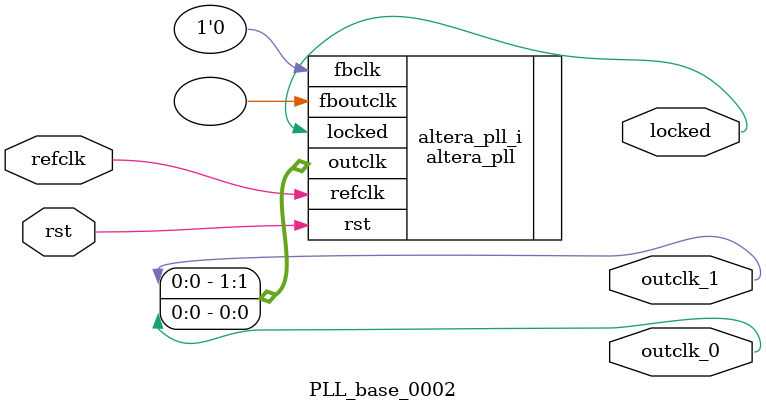
<source format=v>
`timescale 1ns/10ps
module  PLL_base_0002(

	// interface 'refclk'
	input wire refclk,

	// interface 'reset'
	input wire rst,

	// interface 'outclk0'
	output wire outclk_0,

	// interface 'outclk1'
	output wire outclk_1,

	// interface 'locked'
	output wire locked
);

	altera_pll #(
		.fractional_vco_multiplier("false"),
		.reference_clock_frequency("50.0 MHz"),
		.operation_mode("direct"),
		.number_of_clocks(2),
		.output_clock_frequency0("200.000000 MHz"),
		.phase_shift0("0 ps"),
		.duty_cycle0(50),
		.output_clock_frequency1("106.666666 MHz"),
		.phase_shift1("0 ps"),
		.duty_cycle1(50),
		.output_clock_frequency2("0 MHz"),
		.phase_shift2("0 ps"),
		.duty_cycle2(50),
		.output_clock_frequency3("0 MHz"),
		.phase_shift3("0 ps"),
		.duty_cycle3(50),
		.output_clock_frequency4("0 MHz"),
		.phase_shift4("0 ps"),
		.duty_cycle4(50),
		.output_clock_frequency5("0 MHz"),
		.phase_shift5("0 ps"),
		.duty_cycle5(50),
		.output_clock_frequency6("0 MHz"),
		.phase_shift6("0 ps"),
		.duty_cycle6(50),
		.output_clock_frequency7("0 MHz"),
		.phase_shift7("0 ps"),
		.duty_cycle7(50),
		.output_clock_frequency8("0 MHz"),
		.phase_shift8("0 ps"),
		.duty_cycle8(50),
		.output_clock_frequency9("0 MHz"),
		.phase_shift9("0 ps"),
		.duty_cycle9(50),
		.output_clock_frequency10("0 MHz"),
		.phase_shift10("0 ps"),
		.duty_cycle10(50),
		.output_clock_frequency11("0 MHz"),
		.phase_shift11("0 ps"),
		.duty_cycle11(50),
		.output_clock_frequency12("0 MHz"),
		.phase_shift12("0 ps"),
		.duty_cycle12(50),
		.output_clock_frequency13("0 MHz"),
		.phase_shift13("0 ps"),
		.duty_cycle13(50),
		.output_clock_frequency14("0 MHz"),
		.phase_shift14("0 ps"),
		.duty_cycle14(50),
		.output_clock_frequency15("0 MHz"),
		.phase_shift15("0 ps"),
		.duty_cycle15(50),
		.output_clock_frequency16("0 MHz"),
		.phase_shift16("0 ps"),
		.duty_cycle16(50),
		.output_clock_frequency17("0 MHz"),
		.phase_shift17("0 ps"),
		.duty_cycle17(50),
		.pll_type("General"),
		.pll_subtype("General")
	) altera_pll_i (
		.rst	(rst),
		.outclk	({outclk_1, outclk_0}),
		.locked	(locked),
		.fboutclk	( ),
		.fbclk	(1'b0),
		.refclk	(refclk)
	);
endmodule


</source>
